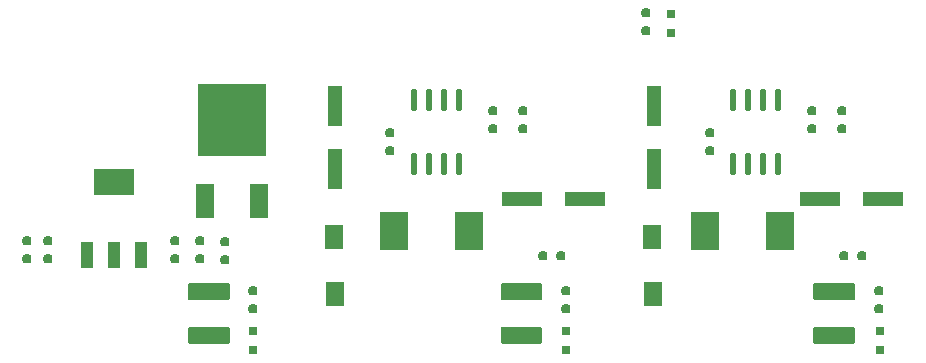
<source format=gtp>
G04*
G04 #@! TF.GenerationSoftware,Altium Limited,Altium Designer,20.0.2 (26)*
G04*
G04 Layer_Color=8421504*
%FSLAX24Y24*%
%MOIN*%
G70*
G01*
G75*
G04:AMPARAMS|DCode=17|XSize=30mil|YSize=30mil|CornerRadius=7.5mil|HoleSize=0mil|Usage=FLASHONLY|Rotation=270.000|XOffset=0mil|YOffset=0mil|HoleType=Round|Shape=RoundedRectangle|*
%AMROUNDEDRECTD17*
21,1,0.0300,0.0150,0,0,270.0*
21,1,0.0150,0.0300,0,0,270.0*
1,1,0.0150,-0.0075,-0.0075*
1,1,0.0150,-0.0075,0.0075*
1,1,0.0150,0.0075,0.0075*
1,1,0.0150,0.0075,-0.0075*
%
%ADD17ROUNDEDRECTD17*%
%ADD18R,0.0630X0.1181*%
%ADD19R,0.2283X0.2441*%
%ADD20R,0.1378X0.0554*%
%ADD21R,0.0315X0.0315*%
G04:AMPARAMS|DCode=22|XSize=30mil|YSize=30mil|CornerRadius=7.5mil|HoleSize=0mil|Usage=FLASHONLY|Rotation=180.000|XOffset=0mil|YOffset=0mil|HoleType=Round|Shape=RoundedRectangle|*
%AMROUNDEDRECTD22*
21,1,0.0300,0.0150,0,0,180.0*
21,1,0.0150,0.0300,0,0,180.0*
1,1,0.0150,-0.0075,0.0075*
1,1,0.0150,0.0075,0.0075*
1,1,0.0150,0.0075,-0.0075*
1,1,0.0150,-0.0075,-0.0075*
%
%ADD22ROUNDEDRECTD22*%
%ADD23R,0.0638X0.0806*%
%ADD24O,0.0224X0.0768*%
%ADD25R,0.1378X0.0472*%
%ADD26R,0.0472X0.1378*%
%ADD27R,0.0974X0.1307*%
%ADD28R,0.1380X0.0850*%
%ADD29R,0.0430X0.0850*%
G36*
X29639Y5417D02*
Y4942D01*
X29599Y4903D01*
X29224D01*
X29184Y4942D01*
Y5052D01*
X29145Y5091D01*
X28755D01*
X28716Y5052D01*
Y4942D01*
X28676Y4903D01*
X28301D01*
X28261Y4942D01*
Y5417D01*
X28301Y5457D01*
X29599D01*
X29639Y5417D01*
D02*
G37*
G36*
X19219D02*
Y4942D01*
X19179Y4903D01*
X18804D01*
X18764Y4942D01*
Y5052D01*
X18725Y5091D01*
X18335D01*
X18296Y5052D01*
Y4942D01*
X18256Y4903D01*
X17881D01*
X17841Y4942D01*
Y5417D01*
X17881Y5457D01*
X19179D01*
X19219Y5417D01*
D02*
G37*
G36*
X8799D02*
Y4942D01*
X8759Y4903D01*
X8384D01*
X8344Y4942D01*
Y5052D01*
X8305Y5091D01*
X7915D01*
X7876Y5052D01*
Y4942D01*
X7836Y4903D01*
X7461D01*
X7421Y4942D01*
Y5417D01*
X7461Y5457D01*
X8759D01*
X8799Y5417D01*
D02*
G37*
G36*
X29639Y3958D02*
Y3483D01*
X29599Y3443D01*
X28301D01*
X28261Y3483D01*
Y3958D01*
X28301Y3997D01*
X28676D01*
X28716Y3958D01*
Y3848D01*
X28755Y3809D01*
X29145D01*
X29184Y3848D01*
Y3958D01*
X29224Y3997D01*
X29599D01*
X29639Y3958D01*
D02*
G37*
G36*
X19219D02*
Y3483D01*
X19179Y3443D01*
X17881D01*
X17841Y3483D01*
Y3958D01*
X17881Y3997D01*
X18256D01*
X18296Y3958D01*
Y3848D01*
X18335Y3809D01*
X18725D01*
X18764Y3848D01*
Y3958D01*
X18804Y3997D01*
X19179D01*
X19219Y3958D01*
D02*
G37*
G36*
X8799D02*
Y3483D01*
X8759Y3443D01*
X7461D01*
X7421Y3483D01*
Y3958D01*
X7461Y3997D01*
X7836D01*
X7876Y3958D01*
Y3848D01*
X7915Y3809D01*
X8305D01*
X8344Y3848D01*
Y3958D01*
X8384Y3997D01*
X8759D01*
X8799Y3958D01*
D02*
G37*
D17*
X8660Y6840D02*
D03*
Y6240D02*
D03*
X28210Y10610D02*
D03*
Y11210D02*
D03*
X29220Y10600D02*
D03*
Y11200D02*
D03*
X18590Y11210D02*
D03*
Y10610D02*
D03*
X17570Y11210D02*
D03*
Y10610D02*
D03*
X2750Y6850D02*
D03*
Y6250D02*
D03*
X2050D02*
D03*
Y6850D02*
D03*
X9567Y5210D02*
D03*
Y4610D02*
D03*
X7805Y6850D02*
D03*
Y6250D02*
D03*
X6970Y6850D02*
D03*
Y6250D02*
D03*
X20013Y5210D02*
D03*
Y4610D02*
D03*
X30460D02*
D03*
Y5210D02*
D03*
X24810Y10451D02*
D03*
Y9851D02*
D03*
X14161Y10451D02*
D03*
Y9851D02*
D03*
X22664Y14460D02*
D03*
Y13860D02*
D03*
D18*
X7978Y8212D02*
D03*
X9782Y8212D02*
D03*
D19*
X8880Y10908D02*
D03*
D20*
X28950Y5180D02*
D03*
Y3720D02*
D03*
X8110Y5180D02*
D03*
Y3720D02*
D03*
X18530Y5180D02*
D03*
Y3720D02*
D03*
D21*
X9585Y3245D02*
D03*
X9583Y3875D02*
D03*
X20028Y3245D02*
D03*
X20026Y3875D02*
D03*
X30471Y3245D02*
D03*
X30469Y3875D02*
D03*
X23511Y14438D02*
D03*
X23514Y13809D02*
D03*
D22*
X19850Y6350D02*
D03*
X19250D02*
D03*
X29270D02*
D03*
X29870D02*
D03*
D23*
X12304Y5104D02*
D03*
X12296Y6996D02*
D03*
X22896D02*
D03*
X22904Y5104D02*
D03*
D24*
X27090Y11575D02*
D03*
X26590D02*
D03*
X26090D02*
D03*
X25590D02*
D03*
X27090Y9445D02*
D03*
X26590D02*
D03*
X26090D02*
D03*
X25590D02*
D03*
X16450Y11575D02*
D03*
X15950D02*
D03*
X15450D02*
D03*
X14950D02*
D03*
X16450Y9445D02*
D03*
X15950D02*
D03*
X15450D02*
D03*
X14950D02*
D03*
D25*
X30591Y8270D02*
D03*
X28489D02*
D03*
X18539D02*
D03*
X20641D02*
D03*
D26*
X22940Y9249D02*
D03*
Y11351D02*
D03*
X12300Y9249D02*
D03*
Y11351D02*
D03*
D27*
X24659Y7210D02*
D03*
X27141D02*
D03*
X16771D02*
D03*
X14289D02*
D03*
D28*
X4950Y8840D02*
D03*
D29*
X5850Y6400D02*
D03*
X4950D02*
D03*
X4040D02*
D03*
M02*

</source>
